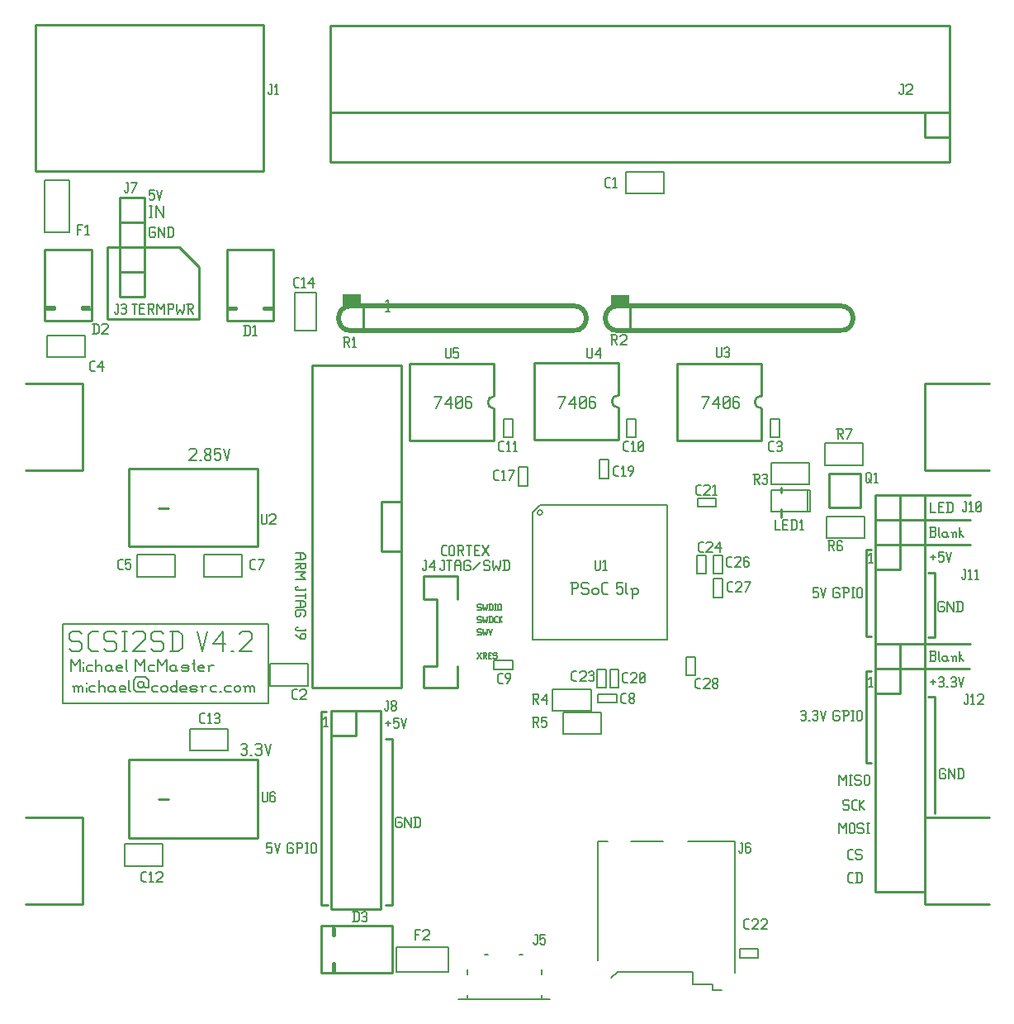
<source format=gto>
G04 start of page 13 for group -4079 idx -4079 *
G04 Title: (unknown), topsilk *
G04 Creator: pcb 20110918 *
G04 CreationDate: Sun 22 Jun 2014 10:36:29 GMT UTC *
G04 For: michael *
G04 Format: Gerber/RS-274X *
G04 PCB-Dimensions: 393000 393700 *
G04 PCB-Coordinate-Origin: lower left *
%MOIN*%
%FSLAX25Y25*%
%LNTOPSILK*%
%ADD182C,0.0200*%
%ADD181C,0.0080*%
%ADD180C,0.0060*%
%ADD179C,0.0100*%
%ADD178C,0.0001*%
G54D178*G36*
X130000Y284600D02*X137500D01*
Y279600D01*
X130000D01*
Y284600D01*
G37*
G36*
X238300Y284200D02*X245800D01*
Y279200D01*
X238300D01*
Y284200D01*
G37*
G54D179*X391000Y248700D02*X365000D01*
Y213700D01*
X391000D01*
X362500Y203700D02*X383500D01*
X363500Y193700D02*X383500D01*
X2000Y248700D02*X25000D01*
Y213700D01*
X35000Y303700D02*Y274700D01*
X72000D01*
Y295700D01*
X64000Y303700D01*
X35000D01*
X391000Y73700D02*X365000D01*
Y38700D01*
X391000D02*X365000D01*
X364500Y183700D02*X383500D01*
X366500Y172200D02*X369000D01*
Y146200D01*
X364500Y143700D02*X383500D01*
X365000Y133700D02*X383000D01*
X366500Y122200D02*X369000D01*
Y75200D01*
Y146200D02*X366500D01*
X341500Y172700D02*Y146700D01*
X343500D01*
X341500Y171200D02*Y181700D01*
X343500D01*
Y132700D02*X341500D01*
Y95700D01*
X343500D01*
X25000Y213700D02*X2000D01*
X307000Y198100D02*Y194700D01*
Y204700D02*Y206800D01*
X2000Y38700D02*X25000D01*
Y73700D01*
X2000D01*
X147500Y105200D02*X150000D01*
Y38200D01*
X147500D01*
X123500Y116200D02*X121500D01*
Y38200D01*
X124000D01*
G54D180*X17000Y151700D02*Y119700D01*
X100000D01*
Y151700D01*
X17000D01*
X170200Y177200D02*X171000D01*
Y173700D01*
X170500Y173200D02*X171000Y173700D01*
X170000Y173200D02*X170500D01*
X169500Y173700D02*X170000Y173200D01*
X169500Y174200D02*Y173700D01*
X172200Y177200D02*X174200D01*
X173200D02*Y173200D01*
X175400Y176200D02*Y173200D01*
Y176200D02*X176100Y177200D01*
X177200D01*
X177900Y176200D01*
Y173200D01*
X175400Y175200D02*X177900D01*
X181100Y177200D02*X181600Y176700D01*
X179600Y177200D02*X181100D01*
X179100Y176700D02*X179600Y177200D01*
X179100Y176700D02*Y173700D01*
X179600Y173200D01*
X181100D01*
X181600Y173700D01*
Y174700D02*Y173700D01*
X181100Y175200D02*X181600Y174700D01*
X180100Y175200D02*X181100D01*
X182800Y173700D02*X185800Y176700D01*
X189000Y177200D02*X189500Y176700D01*
X187500Y177200D02*X189000D01*
X187000Y176700D02*X187500Y177200D01*
X187000Y176700D02*Y175700D01*
X187500Y175200D01*
X189000D01*
X189500Y174700D01*
Y173700D01*
X189000Y173200D02*X189500Y173700D01*
X187500Y173200D02*X189000D01*
X187000Y173700D02*X187500Y173200D01*
X190700Y177200D02*Y175200D01*
X191200Y173200D01*
X192200Y175200D01*
X193200Y173200D01*
X193700Y175200D01*
Y177200D02*Y175200D01*
X195400Y177200D02*Y173200D01*
X196700Y177200D02*X197400Y176500D01*
Y173900D01*
X196700Y173200D02*X197400Y173900D01*
X194900Y173200D02*X196700D01*
X194900Y177200D02*X196700D01*
X111000Y180200D02*X114000D01*
X115000Y179500D01*
Y178400D01*
X114000Y177700D01*
X111000D02*X114000D01*
X113000Y180200D02*Y177700D01*
X115000Y176500D02*Y174500D01*
X114500Y174000D01*
X113500D02*X114500D01*
X113000Y174500D02*X113500Y174000D01*
X113000Y176000D02*Y174500D01*
X111000Y176000D02*X115000D01*
X113000Y175200D02*X111000Y174000D01*
Y172800D02*X115000D01*
X113000Y171300D01*
X115000Y169800D01*
X111000D02*X115000D01*
Y166100D02*Y165300D01*
X111500D02*X115000D01*
X111000Y165800D02*X111500Y165300D01*
X111000Y166300D02*Y165800D01*
X111500Y166800D02*X111000Y166300D01*
X111500Y166800D02*X112000D01*
X115000Y164100D02*Y162100D01*
X111000Y163100D02*X115000D01*
X111000Y160900D02*X114000D01*
X115000Y160200D01*
Y159100D01*
X114000Y158400D01*
X111000D02*X114000D01*
X113000Y160900D02*Y158400D01*
X115000Y155200D02*X114500Y154700D01*
X115000Y156700D02*Y155200D01*
X114500Y157200D02*X115000Y156700D01*
X111500Y157200D02*X114500D01*
X111500D02*X111000Y156700D01*
Y155200D01*
X111500Y154700D01*
X112500D01*
X113000Y155200D02*X112500Y154700D01*
X113000Y156200D02*Y155200D01*
X170700Y179200D02*X172000D01*
X170000Y179900D02*X170700Y179200D01*
X170000Y182500D02*Y179900D01*
Y182500D02*X170700Y183200D01*
X172000D01*
X173200Y182700D02*Y179700D01*
Y182700D02*X173700Y183200D01*
X174700D01*
X175200Y182700D01*
Y179700D01*
X174700Y179200D02*X175200Y179700D01*
X173700Y179200D02*X174700D01*
X173200Y179700D02*X173700Y179200D01*
X176400Y183200D02*X178400D01*
X178900Y182700D01*
Y181700D01*
X178400Y181200D02*X178900Y181700D01*
X176900Y181200D02*X178400D01*
X176900Y183200D02*Y179200D01*
X177700Y181200D02*X178900Y179200D01*
X180100Y183200D02*X182100D01*
X181100D02*Y179200D01*
X183300Y181400D02*X184800D01*
X183300Y179200D02*X185300D01*
X183300Y183200D02*Y179200D01*
Y183200D02*X185300D01*
X186500Y179200D02*X189000Y183200D01*
X186500D02*X189000Y179200D01*
X185700Y159600D02*X186000Y159300D01*
X184800Y159600D02*X185700D01*
X184500Y159300D02*X184800Y159600D01*
X184500Y159300D02*Y158700D01*
X184800Y158400D01*
X185700D01*
X186000Y158100D01*
Y157500D01*
X185700Y157200D02*X186000Y157500D01*
X184800Y157200D02*X185700D01*
X184500Y157500D02*X184800Y157200D01*
X186720Y159600D02*Y158400D01*
X187020Y157200D01*
X187620Y158400D01*
X188220Y157200D01*
X188520Y158400D01*
Y159600D02*Y158400D01*
X189540Y159600D02*Y157200D01*
X190320Y159600D02*X190740Y159180D01*
Y157620D01*
X190320Y157200D02*X190740Y157620D01*
X189240Y157200D02*X190320D01*
X189240Y159600D02*X190320D01*
X191460D02*X192060D01*
X191760D02*Y157200D01*
X191460D02*X192060D01*
X192780Y159300D02*Y157500D01*
Y159300D02*X193080Y159600D01*
X193680D01*
X193980Y159300D01*
Y157500D01*
X193680Y157200D02*X193980Y157500D01*
X193080Y157200D02*X193680D01*
X192780Y157500D02*X193080Y157200D01*
X184500Y137700D02*X186000Y140100D01*
X184500D02*X186000Y137700D01*
X186720Y140100D02*X187920D01*
X188220Y139800D01*
Y139200D01*
X187920Y138900D02*X188220Y139200D01*
X187020Y138900D02*X187920D01*
X187020Y140100D02*Y137700D01*
X187500Y138900D02*X188220Y137700D01*
X188940Y139020D02*X189840D01*
X188940Y137700D02*X190140D01*
X188940Y140100D02*Y137700D01*
Y140100D02*X190140D01*
X192060D02*X192360Y139800D01*
X191160Y140100D02*X192060D01*
X190860Y139800D02*X191160Y140100D01*
X190860Y139800D02*Y139200D01*
X191160Y138900D01*
X192060D01*
X192360Y138600D01*
Y138000D01*
X192060Y137700D02*X192360Y138000D01*
X191160Y137700D02*X192060D01*
X190860Y138000D02*X191160Y137700D01*
X153500Y73700D02*X154000Y73200D01*
X152000Y73700D02*X153500D01*
X151500Y73200D02*X152000Y73700D01*
X151500Y73200D02*Y70200D01*
X152000Y69700D01*
X153500D01*
X154000Y70200D01*
Y71200D02*Y70200D01*
X153500Y71700D02*X154000Y71200D01*
X152500Y71700D02*X153500D01*
X155200Y73700D02*Y69700D01*
Y73700D02*X157700Y69700D01*
Y73700D02*Y69700D01*
X159400Y73700D02*Y69700D01*
X160700Y73700D02*X161400Y73000D01*
Y70400D01*
X160700Y69700D02*X161400Y70400D01*
X158900Y69700D02*X160700D01*
X158900Y73700D02*X160700D01*
X147500Y111700D02*X149500D01*
X148500Y112700D02*Y110700D01*
X150700Y113700D02*X152700D01*
X150700D02*Y111700D01*
X151200Y112200D01*
X152200D01*
X152700Y111700D01*
Y110200D01*
X152200Y109700D02*X152700Y110200D01*
X151200Y109700D02*X152200D01*
X150700Y110200D02*X151200Y109700D01*
X153900Y113700D02*X154900Y109700D01*
X155900Y113700D01*
X99500Y63200D02*X101500D01*
X99500D02*Y61200D01*
X100000Y61700D01*
X101000D01*
X101500Y61200D01*
Y59700D01*
X101000Y59200D02*X101500Y59700D01*
X100000Y59200D02*X101000D01*
X99500Y59700D02*X100000Y59200D01*
X102700Y63200D02*X103700Y59200D01*
X104700Y63200D01*
X109700D02*X110200Y62700D01*
X108200Y63200D02*X109700D01*
X107700Y62700D02*X108200Y63200D01*
X107700Y62700D02*Y59700D01*
X108200Y59200D01*
X109700D01*
X110200Y59700D01*
Y60700D02*Y59700D01*
X109700Y61200D02*X110200Y60700D01*
X108700Y61200D02*X109700D01*
X111900Y63200D02*Y59200D01*
X111400Y63200D02*X113400D01*
X113900Y62700D01*
Y61700D01*
X113400Y61200D02*X113900Y61700D01*
X111900Y61200D02*X113400D01*
X115100Y63200D02*X116100D01*
X115600D02*Y59200D01*
X115100D02*X116100D01*
X117300Y62700D02*Y59700D01*
Y62700D02*X117800Y63200D01*
X118800D01*
X119300Y62700D01*
Y59700D01*
X118800Y59200D02*X119300Y59700D01*
X117800Y59200D02*X118800D01*
X117300Y59700D02*X117800Y59200D01*
X122500Y113400D02*X123300Y114200D01*
Y110200D01*
X122500D02*X124000D01*
X185700Y149600D02*X186000Y149300D01*
X184800Y149600D02*X185700D01*
X184500Y149300D02*X184800Y149600D01*
X184500Y149300D02*Y148700D01*
X184800Y148400D01*
X185700D01*
X186000Y148100D01*
Y147500D01*
X185700Y147200D02*X186000Y147500D01*
X184800Y147200D02*X185700D01*
X184500Y147500D02*X184800Y147200D01*
X186720Y149600D02*Y148400D01*
X187020Y147200D01*
X187620Y148400D01*
X188220Y147200D01*
X188520Y148400D01*
Y149600D02*Y148400D01*
X189240Y149600D02*X189840Y147200D01*
X190440Y149600D01*
X185700Y154600D02*X186000Y154300D01*
X184800Y154600D02*X185700D01*
X184500Y154300D02*X184800Y154600D01*
X184500Y154300D02*Y153700D01*
X184800Y153400D01*
X185700D01*
X186000Y153100D01*
Y152500D01*
X185700Y152200D02*X186000Y152500D01*
X184800Y152200D02*X185700D01*
X184500Y152500D02*X184800Y152200D01*
X186720Y154600D02*Y153400D01*
X187020Y152200D01*
X187620Y153400D01*
X188220Y152200D01*
X188520Y153400D01*
Y154600D02*Y153400D01*
X189540Y154600D02*Y152200D01*
X190320Y154600D02*X190740Y154180D01*
Y152620D01*
X190320Y152200D02*X190740Y152620D01*
X189240Y152200D02*X190320D01*
X189240Y154600D02*X190320D01*
X191880Y152200D02*X192660D01*
X191460Y152620D02*X191880Y152200D01*
X191460Y154180D02*Y152620D01*
Y154180D02*X191880Y154600D01*
X192660D01*
X193380D02*Y152200D01*
Y153400D02*X194580Y154600D01*
X193380Y153400D02*X194580Y152200D01*
G54D181*X23900Y148700D02*X24900Y147700D01*
X20900Y148700D02*X23900D01*
X19900Y147700D02*X20900Y148700D01*
X19900Y147700D02*Y145700D01*
X20900Y144700D01*
X23900D01*
X24900Y143700D01*
Y141700D01*
X23900Y140700D02*X24900Y141700D01*
X20900Y140700D02*X23900D01*
X19900Y141700D02*X20900Y140700D01*
X28700D02*X31300D01*
X27300Y142100D02*X28700Y140700D01*
X27300Y147300D02*Y142100D01*
Y147300D02*X28700Y148700D01*
X31300D01*
X37700D02*X38700Y147700D01*
X34700Y148700D02*X37700D01*
X33700Y147700D02*X34700Y148700D01*
X33700Y147700D02*Y145700D01*
X34700Y144700D01*
X37700D01*
X38700Y143700D01*
Y141700D01*
X37700Y140700D02*X38700Y141700D01*
X34700Y140700D02*X37700D01*
X33700Y141700D02*X34700Y140700D01*
X41100Y148700D02*X43100D01*
X42100D02*Y140700D01*
X41100D02*X43100D01*
X45500Y147700D02*X46500Y148700D01*
X49500D01*
X50500Y147700D01*
Y145700D01*
X45500Y140700D02*X50500Y145700D01*
X45500Y140700D02*X50500D01*
X56900Y148700D02*X57900Y147700D01*
X53900Y148700D02*X56900D01*
X52900Y147700D02*X53900Y148700D01*
X52900Y147700D02*Y145700D01*
X53900Y144700D01*
X56900D01*
X57900Y143700D01*
Y141700D01*
X56900Y140700D02*X57900Y141700D01*
X53900Y140700D02*X56900D01*
X52900Y141700D02*X53900Y140700D01*
X61300Y148700D02*Y140700D01*
X63900Y148700D02*X65300Y147300D01*
Y142100D01*
X63900Y140700D02*X65300Y142100D01*
X60300Y140700D02*X63900D01*
X60300Y148700D02*X63900D01*
X71300D02*X73300Y140700D01*
X75300Y148700D01*
X77700Y143700D02*X81700Y148700D01*
X77700Y143700D02*X82700D01*
X81700Y148700D02*Y140700D01*
X85100D02*X86100D01*
X88500Y147700D02*X89500Y148700D01*
X92500D01*
X93500Y147700D01*
Y145700D01*
X88500Y140700D02*X93500Y145700D01*
X88500Y140700D02*X93500D01*
G54D180*X20400Y137500D02*Y132700D01*
Y137500D02*X22200Y135100D01*
X24000Y137500D01*
Y132700D01*
X25440Y136300D02*Y136180D01*
Y134500D02*Y132700D01*
X27240Y135100D02*X29040D01*
X26640Y134500D02*X27240Y135100D01*
X26640Y134500D02*Y133300D01*
X27240Y132700D01*
X29040D01*
X30480Y137500D02*Y132700D01*
Y134500D02*X31080Y135100D01*
X32280D01*
X32880Y134500D01*
Y132700D01*
X36120Y135100D02*X36720Y134500D01*
X34920Y135100D02*X36120D01*
X34320Y134500D02*X34920Y135100D01*
X34320Y134500D02*Y133300D01*
X34920Y132700D01*
X36720Y135100D02*Y133300D01*
X37320Y132700D01*
X34920D02*X36120D01*
X36720Y133300D01*
X39360Y132700D02*X41160D01*
X38760Y133300D02*X39360Y132700D01*
X38760Y134500D02*Y133300D01*
Y134500D02*X39360Y135100D01*
X40560D01*
X41160Y134500D01*
X38760Y133900D02*X41160D01*
Y134500D02*Y133900D01*
X42600Y137500D02*Y133300D01*
X43200Y132700D01*
X46560Y137500D02*Y132700D01*
Y137500D02*X48360Y135100D01*
X50160Y137500D01*
Y132700D01*
X52200Y135100D02*X54000D01*
X51600Y134500D02*X52200Y135100D01*
X51600Y134500D02*Y133300D01*
X52200Y132700D01*
X54000D01*
X55440Y137500D02*Y132700D01*
Y137500D02*X57240Y135100D01*
X59040Y137500D01*
Y132700D01*
X62280Y135100D02*X62880Y134500D01*
X61080Y135100D02*X62280D01*
X60480Y134500D02*X61080Y135100D01*
X60480Y134500D02*Y133300D01*
X61080Y132700D01*
X62880Y135100D02*Y133300D01*
X63480Y132700D01*
X61080D02*X62280D01*
X62880Y133300D01*
X65520Y132700D02*X67320D01*
X67920Y133300D01*
X67320Y133900D02*X67920Y133300D01*
X65520Y133900D02*X67320D01*
X64920Y134500D02*X65520Y133900D01*
X64920Y134500D02*X65520Y135100D01*
X67320D01*
X67920Y134500D01*
X64920Y133300D02*X65520Y132700D01*
X69960Y137500D02*Y133300D01*
X70560Y132700D01*
X69360Y135700D02*X70560D01*
X72360Y132700D02*X74160D01*
X71760Y133300D02*X72360Y132700D01*
X71760Y134500D02*Y133300D01*
Y134500D02*X72360Y135100D01*
X73560D01*
X74160Y134500D01*
X71760Y133900D02*X74160D01*
Y134500D02*Y133900D01*
X76200Y134500D02*Y132700D01*
Y134500D02*X76800Y135100D01*
X78000D01*
X75600D02*X76200Y134500D01*
X21600Y126100D02*Y124300D01*
Y126100D02*X22200Y126700D01*
X22800D01*
X23400Y126100D01*
Y124300D01*
Y126100D02*X24000Y126700D01*
X24600D01*
X25200Y126100D01*
Y124300D01*
X21000Y126700D02*X21600Y126100D01*
X26640Y127900D02*Y127780D01*
Y126100D02*Y124300D01*
X28440Y126700D02*X30240D01*
X27840Y126100D02*X28440Y126700D01*
X27840Y126100D02*Y124900D01*
X28440Y124300D01*
X30240D01*
X31680Y129100D02*Y124300D01*
Y126100D02*X32280Y126700D01*
X33480D01*
X34080Y126100D01*
Y124300D01*
X37320Y126700D02*X37920Y126100D01*
X36120Y126700D02*X37320D01*
X35520Y126100D02*X36120Y126700D01*
X35520Y126100D02*Y124900D01*
X36120Y124300D01*
X37920Y126700D02*Y124900D01*
X38520Y124300D01*
X36120D02*X37320D01*
X37920Y124900D01*
X40560Y124300D02*X42360D01*
X39960Y124900D02*X40560Y124300D01*
X39960Y126100D02*Y124900D01*
Y126100D02*X40560Y126700D01*
X41760D01*
X42360Y126100D01*
X39960Y125500D02*X42360D01*
Y126100D02*Y125500D01*
X43800Y129100D02*Y124900D01*
X44400Y124300D01*
X45600Y129100D02*Y125500D01*
X46800Y124300D01*
X50400D01*
X51600Y129100D02*Y126100D01*
Y129100D02*X50400Y130300D01*
X46800D02*X50400D01*
X46800D02*X45600Y129100D01*
X47400Y127900D02*Y126700D01*
X48000Y126100D01*
X49200D01*
X49800Y126700D01*
X50400Y126100D01*
X49800Y128500D02*Y126700D01*
Y127900D02*X49200Y128500D01*
X48000D02*X49200D01*
X48000D02*X47400Y127900D01*
X50400Y126100D02*X51600D01*
X53640Y126700D02*X55440D01*
X53040Y126100D02*X53640Y126700D01*
X53040Y126100D02*Y124900D01*
X53640Y124300D01*
X55440D01*
X56880Y126100D02*Y124900D01*
Y126100D02*X57480Y126700D01*
X58680D01*
X59280Y126100D01*
Y124900D01*
X58680Y124300D02*X59280Y124900D01*
X57480Y124300D02*X58680D01*
X56880Y124900D02*X57480Y124300D01*
X63120Y129100D02*Y124300D01*
X62520D02*X63120Y124900D01*
X61320Y124300D02*X62520D01*
X60720Y124900D02*X61320Y124300D01*
X60720Y126100D02*Y124900D01*
Y126100D02*X61320Y126700D01*
X62520D01*
X63120Y126100D01*
X65160Y124300D02*X66960D01*
X64560Y124900D02*X65160Y124300D01*
X64560Y126100D02*Y124900D01*
Y126100D02*X65160Y126700D01*
X66360D01*
X66960Y126100D01*
X64560Y125500D02*X66960D01*
Y126100D02*Y125500D01*
X69000Y124300D02*X70800D01*
X71400Y124900D01*
X70800Y125500D02*X71400Y124900D01*
X69000Y125500D02*X70800D01*
X68400Y126100D02*X69000Y125500D01*
X68400Y126100D02*X69000Y126700D01*
X70800D01*
X71400Y126100D01*
X68400Y124900D02*X69000Y124300D01*
X73440Y126100D02*Y124300D01*
Y126100D02*X74040Y126700D01*
X75240D01*
X72840D02*X73440Y126100D01*
X77280Y126700D02*X79080D01*
X76680Y126100D02*X77280Y126700D01*
X76680Y126100D02*Y124900D01*
X77280Y124300D01*
X79080D01*
X80520D02*X81120D01*
X83160Y126700D02*X84960D01*
X82560Y126100D02*X83160Y126700D01*
X82560Y126100D02*Y124900D01*
X83160Y124300D01*
X84960D01*
X86400Y126100D02*Y124900D01*
Y126100D02*X87000Y126700D01*
X88200D01*
X88800Y126100D01*
Y124900D01*
X88200Y124300D02*X88800Y124900D01*
X87000Y124300D02*X88200D01*
X86400Y124900D02*X87000Y124300D01*
X90840Y126100D02*Y124300D01*
Y126100D02*X91440Y126700D01*
X92040D01*
X92640Y126100D01*
Y124300D01*
Y126100D02*X93240Y126700D01*
X93840D01*
X94440Y126100D01*
Y124300D01*
X90240Y126700D02*X90840Y126100D01*
X222600Y168500D02*Y163700D01*
X222000Y168500D02*X224400D01*
X225000Y167900D01*
Y166700D01*
X224400Y166100D02*X225000Y166700D01*
X222600Y166100D02*X224400D01*
X228840Y168500D02*X229440Y167900D01*
X227040Y168500D02*X228840D01*
X226440Y167900D02*X227040Y168500D01*
X226440Y167900D02*Y166700D01*
X227040Y166100D01*
X228840D01*
X229440Y165500D01*
Y164300D01*
X228840Y163700D02*X229440Y164300D01*
X227040Y163700D02*X228840D01*
X226440Y164300D02*X227040Y163700D01*
X230880Y165500D02*Y164300D01*
Y165500D02*X231480Y166100D01*
X232680D01*
X233280Y165500D01*
Y164300D01*
X232680Y163700D02*X233280Y164300D01*
X231480Y163700D02*X232680D01*
X230880Y164300D02*X231480Y163700D01*
X235560D02*X237120D01*
X234720Y164540D02*X235560Y163700D01*
X234720Y167660D02*Y164540D01*
Y167660D02*X235560Y168500D01*
X237120D01*
X240720D02*X243120D01*
X240720D02*Y166100D01*
X241320Y166700D01*
X242520D01*
X243120Y166100D01*
Y164300D01*
X242520Y163700D02*X243120Y164300D01*
X241320Y163700D02*X242520D01*
X240720Y164300D02*X241320Y163700D01*
X244560Y168500D02*Y164300D01*
X245160Y163700D01*
X246960Y165500D02*Y161900D01*
X246360Y166100D02*X246960Y165500D01*
X247560Y166100D01*
X248760D01*
X249360Y165500D01*
Y164300D01*
X248760Y163700D02*X249360Y164300D01*
X247560Y163700D02*X248760D01*
X246960Y164300D02*X247560Y163700D01*
X89000Y102900D02*X89600Y103500D01*
X90800D01*
X91400Y102900D01*
X90800Y98700D02*X91400Y99300D01*
X89600Y98700D02*X90800D01*
X89000Y99300D02*X89600Y98700D01*
Y101340D02*X90800D01*
X91400Y102900D02*Y101940D01*
Y100740D02*Y99300D01*
Y100740D02*X90800Y101340D01*
X91400Y101940D02*X90800Y101340D01*
X92840Y98700D02*X93440D01*
X94880Y102900D02*X95480Y103500D01*
X96680D01*
X97280Y102900D01*
X96680Y98700D02*X97280Y99300D01*
X95480Y98700D02*X96680D01*
X94880Y99300D02*X95480Y98700D01*
Y101340D02*X96680D01*
X97280Y102900D02*Y101940D01*
Y100740D02*Y99300D01*
Y100740D02*X96680Y101340D01*
X97280Y101940D02*X96680Y101340D01*
X98720Y103500D02*X99920Y98700D01*
X101120Y103500D01*
X367500Y200700D02*Y196700D01*
X369500D01*
X370700Y198900D02*X372200D01*
X370700Y196700D02*X372700D01*
X370700Y200700D02*Y196700D01*
Y200700D02*X372700D01*
X374400D02*Y196700D01*
X375700Y200700D02*X376400Y200000D01*
Y197400D01*
X375700Y196700D02*X376400Y197400D01*
X373900Y196700D02*X375700D01*
X373900Y200700D02*X375700D01*
X367000Y186700D02*X369000D01*
X369500Y187200D01*
Y188400D02*Y187200D01*
X369000Y188900D02*X369500Y188400D01*
X367500Y188900D02*X369000D01*
X367500Y190700D02*Y186700D01*
X367000Y190700D02*X369000D01*
X369500Y190200D01*
Y189400D01*
X369000Y188900D02*X369500Y189400D01*
X370700Y190700D02*Y187200D01*
X371200Y186700D01*
X373700Y188700D02*X374200Y188200D01*
X372700Y188700D02*X373700D01*
X372200Y188200D02*X372700Y188700D01*
X372200Y188200D02*Y187200D01*
X372700Y186700D01*
X374200Y188700D02*Y187200D01*
X374700Y186700D01*
X372700D02*X373700D01*
X374200Y187200D01*
X376400Y188200D02*Y186700D01*
Y188200D02*X376900Y188700D01*
X377400D01*
X377900Y188200D01*
Y186700D01*
X375900Y188700D02*X376400Y188200D01*
X379100Y190700D02*Y186700D01*
Y188200D02*X380600Y186700D01*
X379100Y188200D02*X380100Y189200D01*
X367500Y178700D02*X369500D01*
X368500Y179700D02*Y177700D01*
X370700Y180700D02*X372700D01*
X370700D02*Y178700D01*
X371200Y179200D01*
X372200D01*
X372700Y178700D01*
Y177200D01*
X372200Y176700D02*X372700Y177200D01*
X371200Y176700D02*X372200D01*
X370700Y177200D02*X371200Y176700D01*
X373900Y180700D02*X374900Y176700D01*
X375900Y180700D01*
X342500Y179400D02*X343300Y180200D01*
Y176200D01*
X342500D02*X344000D01*
X373000Y93200D02*X373500Y92700D01*
X371500Y93200D02*X373000D01*
X371000Y92700D02*X371500Y93200D01*
X371000Y92700D02*Y89700D01*
X371500Y89200D01*
X373000D01*
X373500Y89700D01*
Y90700D02*Y89700D01*
X373000Y91200D02*X373500Y90700D01*
X372000Y91200D02*X373000D01*
X374700Y93200D02*Y89200D01*
Y93200D02*X377200Y89200D01*
Y93200D02*Y89200D01*
X378900Y93200D02*Y89200D01*
X380200Y93200D02*X380900Y92500D01*
Y89900D01*
X380200Y89200D02*X380900Y89900D01*
X378400Y89200D02*X380200D01*
X378400Y93200D02*X380200D01*
X330500Y90700D02*Y86700D01*
Y90700D02*X332000Y88700D01*
X333500Y90700D01*
Y86700D01*
X334700Y90700D02*X335700D01*
X335200D02*Y86700D01*
X334700D02*X335700D01*
X338900Y90700D02*X339400Y90200D01*
X337400Y90700D02*X338900D01*
X336900Y90200D02*X337400Y90700D01*
X336900Y90200D02*Y89200D01*
X337400Y88700D01*
X338900D01*
X339400Y88200D01*
Y87200D01*
X338900Y86700D02*X339400Y87200D01*
X337400Y86700D02*X338900D01*
X336900Y87200D02*X337400Y86700D01*
X340600Y90200D02*Y87200D01*
Y90200D02*X341100Y90700D01*
X342100D01*
X342600Y90200D01*
Y87200D01*
X342100Y86700D02*X342600Y87200D01*
X341100Y86700D02*X342100D01*
X340600Y87200D02*X341100Y86700D01*
X334000Y80700D02*X334500Y80200D01*
X332500Y80700D02*X334000D01*
X332000Y80200D02*X332500Y80700D01*
X332000Y80200D02*Y79200D01*
X332500Y78700D01*
X334000D01*
X334500Y78200D01*
Y77200D01*
X334000Y76700D02*X334500Y77200D01*
X332500Y76700D02*X334000D01*
X332000Y77200D02*X332500Y76700D01*
X336400D02*X337700D01*
X335700Y77400D02*X336400Y76700D01*
X335700Y80000D02*Y77400D01*
Y80000D02*X336400Y80700D01*
X337700D01*
X338900D02*Y76700D01*
Y78700D02*X340900Y80700D01*
X338900Y78700D02*X340900Y76700D01*
X330500Y71200D02*Y67200D01*
Y71200D02*X332000Y69200D01*
X333500Y71200D01*
Y67200D01*
X334700Y70700D02*Y67700D01*
Y70700D02*X335200Y71200D01*
X336200D01*
X336700Y70700D01*
Y67700D01*
X336200Y67200D02*X336700Y67700D01*
X335200Y67200D02*X336200D01*
X334700Y67700D02*X335200Y67200D01*
X339900Y71200D02*X340400Y70700D01*
X338400Y71200D02*X339900D01*
X337900Y70700D02*X338400Y71200D01*
X337900Y70700D02*Y69700D01*
X338400Y69200D01*
X339900D01*
X340400Y68700D01*
Y67700D01*
X339900Y67200D02*X340400Y67700D01*
X338400Y67200D02*X339900D01*
X337900Y67700D02*X338400Y67200D01*
X341600Y71200D02*X342600D01*
X342100D02*Y67200D01*
X341600D02*X342600D01*
X334700Y56700D02*X336000D01*
X334000Y57400D02*X334700Y56700D01*
X334000Y60000D02*Y57400D01*
Y60000D02*X334700Y60700D01*
X336000D01*
X339200D02*X339700Y60200D01*
X337700Y60700D02*X339200D01*
X337200Y60200D02*X337700Y60700D01*
X337200Y60200D02*Y59200D01*
X337700Y58700D01*
X339200D01*
X339700Y58200D01*
Y57200D01*
X339200Y56700D02*X339700Y57200D01*
X337700Y56700D02*X339200D01*
X337200Y57200D02*X337700Y56700D01*
X334700Y47200D02*X336000D01*
X334000Y47900D02*X334700Y47200D01*
X334000Y50500D02*Y47900D01*
Y50500D02*X334700Y51200D01*
X336000D01*
X337700D02*Y47200D01*
X339000Y51200D02*X339700Y50500D01*
Y47900D01*
X339000Y47200D02*X339700Y47900D01*
X337200Y47200D02*X339000D01*
X337200Y51200D02*X339000D01*
X367500Y128200D02*X369500D01*
X368500Y129200D02*Y127200D01*
X370700Y129700D02*X371200Y130200D01*
X372200D01*
X372700Y129700D01*
X372200Y126200D02*X372700Y126700D01*
X371200Y126200D02*X372200D01*
X370700Y126700D02*X371200Y126200D01*
Y128400D02*X372200D01*
X372700Y129700D02*Y128900D01*
Y127900D02*Y126700D01*
Y127900D02*X372200Y128400D01*
X372700Y128900D02*X372200Y128400D01*
X373900Y126200D02*X374400D01*
X375600Y129700D02*X376100Y130200D01*
X377100D01*
X377600Y129700D01*
X377100Y126200D02*X377600Y126700D01*
X376100Y126200D02*X377100D01*
X375600Y126700D02*X376100Y126200D01*
Y128400D02*X377100D01*
X377600Y129700D02*Y128900D01*
Y127900D02*Y126700D01*
Y127900D02*X377100Y128400D01*
X377600Y128900D02*X377100Y128400D01*
X378800Y130200D02*X379800Y126200D01*
X380800Y130200D01*
X367000Y136700D02*X369000D01*
X369500Y137200D01*
Y138400D02*Y137200D01*
X369000Y138900D02*X369500Y138400D01*
X367500Y138900D02*X369000D01*
X367500Y140700D02*Y136700D01*
X367000Y140700D02*X369000D01*
X369500Y140200D01*
Y139400D01*
X369000Y138900D02*X369500Y139400D01*
X370700Y140700D02*Y137200D01*
X371200Y136700D01*
X373700Y138700D02*X374200Y138200D01*
X372700Y138700D02*X373700D01*
X372200Y138200D02*X372700Y138700D01*
X372200Y138200D02*Y137200D01*
X372700Y136700D01*
X374200Y138700D02*Y137200D01*
X374700Y136700D01*
X372700D02*X373700D01*
X374200Y137200D01*
X376400Y138200D02*Y136700D01*
Y138200D02*X376900Y138700D01*
X377400D01*
X377900Y138200D01*
Y136700D01*
X375900Y138700D02*X376400Y138200D01*
X379100Y140700D02*Y136700D01*
Y138200D02*X380600Y136700D01*
X379100Y138200D02*X380100Y139200D01*
X372500Y160700D02*X373000Y160200D01*
X371000Y160700D02*X372500D01*
X370500Y160200D02*X371000Y160700D01*
X370500Y160200D02*Y157200D01*
X371000Y156700D01*
X372500D01*
X373000Y157200D01*
Y158200D02*Y157200D01*
X372500Y158700D02*X373000Y158200D01*
X371500Y158700D02*X372500D01*
X374200Y160700D02*Y156700D01*
Y160700D02*X376700Y156700D01*
Y160700D02*Y156700D01*
X378400Y160700D02*Y156700D01*
X379700Y160700D02*X380400Y160000D01*
Y157400D01*
X379700Y156700D02*X380400Y157400D01*
X377900Y156700D02*X379700D01*
X377900Y160700D02*X379700D01*
X342500Y129400D02*X343300Y130200D01*
Y126200D01*
X342500D02*X344000D01*
X320000Y166200D02*X322000D01*
X320000D02*Y164200D01*
X320500Y164700D01*
X321500D01*
X322000Y164200D01*
Y162700D01*
X321500Y162200D02*X322000Y162700D01*
X320500Y162200D02*X321500D01*
X320000Y162700D02*X320500Y162200D01*
X323200Y166200D02*X324200Y162200D01*
X325200Y166200D01*
X330200D02*X330700Y165700D01*
X328700Y166200D02*X330200D01*
X328200Y165700D02*X328700Y166200D01*
X328200Y165700D02*Y162700D01*
X328700Y162200D01*
X330200D01*
X330700Y162700D01*
Y163700D02*Y162700D01*
X330200Y164200D02*X330700Y163700D01*
X329200Y164200D02*X330200D01*
X332400Y166200D02*Y162200D01*
X331900Y166200D02*X333900D01*
X334400Y165700D01*
Y164700D01*
X333900Y164200D02*X334400Y164700D01*
X332400Y164200D02*X333900D01*
X335600Y166200D02*X336600D01*
X336100D02*Y162200D01*
X335600D02*X336600D01*
X337800Y165700D02*Y162700D01*
Y165700D02*X338300Y166200D01*
X339300D01*
X339800Y165700D01*
Y162700D01*
X339300Y162200D02*X339800Y162700D01*
X338300Y162200D02*X339300D01*
X337800Y162700D02*X338300Y162200D01*
X315000Y116200D02*X315500Y116700D01*
X316500D01*
X317000Y116200D01*
X316500Y112700D02*X317000Y113200D01*
X315500Y112700D02*X316500D01*
X315000Y113200D02*X315500Y112700D01*
Y114900D02*X316500D01*
X317000Y116200D02*Y115400D01*
Y114400D02*Y113200D01*
Y114400D02*X316500Y114900D01*
X317000Y115400D02*X316500Y114900D01*
X318200Y112700D02*X318700D01*
X319900Y116200D02*X320400Y116700D01*
X321400D01*
X321900Y116200D01*
X321400Y112700D02*X321900Y113200D01*
X320400Y112700D02*X321400D01*
X319900Y113200D02*X320400Y112700D01*
Y114900D02*X321400D01*
X321900Y116200D02*Y115400D01*
Y114400D02*Y113200D01*
Y114400D02*X321400Y114900D01*
X321900Y115400D02*X321400Y114900D01*
X323100Y116700D02*X324100Y112700D01*
X325100Y116700D01*
X330100D02*X330600Y116200D01*
X328600Y116700D02*X330100D01*
X328100Y116200D02*X328600Y116700D01*
X328100Y116200D02*Y113200D01*
X328600Y112700D01*
X330100D01*
X330600Y113200D01*
Y114200D02*Y113200D01*
X330100Y114700D02*X330600Y114200D01*
X329100Y114700D02*X330100D01*
X332300Y116700D02*Y112700D01*
X331800Y116700D02*X333800D01*
X334300Y116200D01*
Y115200D01*
X333800Y114700D02*X334300Y115200D01*
X332300Y114700D02*X333800D01*
X335500Y116700D02*X336500D01*
X336000D02*Y112700D01*
X335500D02*X336500D01*
X337700Y116200D02*Y113200D01*
Y116200D02*X338200Y116700D01*
X339200D01*
X339700Y116200D01*
Y113200D01*
X339200Y112700D02*X339700Y113200D01*
X338200Y112700D02*X339200D01*
X337700Y113200D02*X338200Y112700D01*
X52000Y326700D02*X54000D01*
X52000D02*Y324700D01*
X52500Y325200D01*
X53500D01*
X54000Y324700D01*
Y323200D01*
X53500Y322700D02*X54000Y323200D01*
X52500Y322700D02*X53500D01*
X52000Y323200D02*X52500Y322700D01*
X55200Y326700D02*X56200Y322700D01*
X57200Y326700D01*
X52000Y320500D02*X53200D01*
X52600D02*Y315700D01*
X52000D02*X53200D01*
X54640Y320500D02*Y315700D01*
Y320500D02*X57640Y315700D01*
Y320500D02*Y315700D01*
X54000Y311700D02*X54500Y311200D01*
X52500Y311700D02*X54000D01*
X52000Y311200D02*X52500Y311700D01*
X52000Y311200D02*Y308200D01*
X52500Y307700D01*
X54000D01*
X54500Y308200D01*
Y309200D02*Y308200D01*
X54000Y309700D02*X54500Y309200D01*
X53000Y309700D02*X54000D01*
X55700Y311700D02*Y307700D01*
Y311700D02*X58200Y307700D01*
Y311700D02*Y307700D01*
X59900Y311700D02*Y307700D01*
X61200Y311700D02*X61900Y311000D01*
Y308400D01*
X61200Y307700D02*X61900Y308400D01*
X59400Y307700D02*X61200D01*
X59400Y311700D02*X61200D01*
X45000Y280700D02*X47000D01*
X46000D02*Y276700D01*
X48200Y278900D02*X49700D01*
X48200Y276700D02*X50200D01*
X48200Y280700D02*Y276700D01*
Y280700D02*X50200D01*
X51400D02*X53400D01*
X53900Y280200D01*
Y279200D01*
X53400Y278700D02*X53900Y279200D01*
X51900Y278700D02*X53400D01*
X51900Y280700D02*Y276700D01*
X52700Y278700D02*X53900Y276700D01*
X55100Y280700D02*Y276700D01*
Y280700D02*X56600Y278700D01*
X58100Y280700D01*
Y276700D01*
X59800Y280700D02*Y276700D01*
X59300Y280700D02*X61300D01*
X61800Y280200D01*
Y279200D01*
X61300Y278700D02*X61800Y279200D01*
X59800Y278700D02*X61300D01*
X63000Y280700D02*Y278700D01*
X63500Y276700D01*
X64500Y278700D01*
X65500Y276700D01*
X66000Y278700D01*
Y280700D02*Y278700D01*
X67200Y280700D02*X69200D01*
X69700Y280200D01*
Y279200D01*
X69200Y278700D02*X69700Y279200D01*
X67700Y278700D02*X69200D01*
X67700Y280700D02*Y276700D01*
X68500Y278700D02*X69700Y276700D01*
X147300Y281540D02*X148260Y282500D01*
Y277700D01*
X147300D02*X149100D01*
X167600Y238700D02*X170000Y243500D01*
X167000D02*X170000D01*
X171440Y240500D02*X173840Y243500D01*
X171440Y240500D02*X174440D01*
X173840Y243500D02*Y238700D01*
X175880Y239300D02*X176480Y238700D01*
X175880Y242900D02*Y239300D01*
Y242900D02*X176480Y243500D01*
X177680D01*
X178280Y242900D01*
Y239300D01*
X177680Y238700D02*X178280Y239300D01*
X176480Y238700D02*X177680D01*
X175880Y239900D02*X178280Y242300D01*
X181520Y243500D02*X182120Y242900D01*
X180320Y243500D02*X181520D01*
X179720Y242900D02*X180320Y243500D01*
X179720Y242900D02*Y239300D01*
X180320Y238700D01*
X181520Y241340D02*X182120Y240740D01*
X179720Y241340D02*X181520D01*
X180320Y238700D02*X181520D01*
X182120Y239300D01*
Y240740D02*Y239300D01*
X217600Y238700D02*X220000Y243500D01*
X217000D02*X220000D01*
X221440Y240500D02*X223840Y243500D01*
X221440Y240500D02*X224440D01*
X223840Y243500D02*Y238700D01*
X225880Y239300D02*X226480Y238700D01*
X225880Y242900D02*Y239300D01*
Y242900D02*X226480Y243500D01*
X227680D01*
X228280Y242900D01*
Y239300D01*
X227680Y238700D02*X228280Y239300D01*
X226480Y238700D02*X227680D01*
X225880Y239900D02*X228280Y242300D01*
X231520Y243500D02*X232120Y242900D01*
X230320Y243500D02*X231520D01*
X229720Y242900D02*X230320Y243500D01*
X229720Y242900D02*Y239300D01*
X230320Y238700D01*
X231520Y241340D02*X232120Y240740D01*
X229720Y241340D02*X231520D01*
X230320Y238700D02*X231520D01*
X232120Y239300D01*
Y240740D02*Y239300D01*
X275600Y238700D02*X278000Y243500D01*
X275000D02*X278000D01*
X279440Y240500D02*X281840Y243500D01*
X279440Y240500D02*X282440D01*
X281840Y243500D02*Y238700D01*
X283880Y239300D02*X284480Y238700D01*
X283880Y242900D02*Y239300D01*
Y242900D02*X284480Y243500D01*
X285680D01*
X286280Y242900D01*
Y239300D01*
X285680Y238700D02*X286280Y239300D01*
X284480Y238700D02*X285680D01*
X283880Y239900D02*X286280Y242300D01*
X289520Y243500D02*X290120Y242900D01*
X288320Y243500D02*X289520D01*
X287720Y242900D02*X288320Y243500D01*
X287720Y242900D02*Y239300D01*
X288320Y238700D01*
X289520Y241340D02*X290120Y240740D01*
X287720Y241340D02*X289520D01*
X288320Y238700D02*X289520D01*
X290120Y239300D01*
Y240740D02*Y239300D01*
X68000Y221900D02*X68600Y222500D01*
X70400D01*
X71000Y221900D01*
Y220700D01*
X68000Y217700D02*X71000Y220700D01*
X68000Y217700D02*X71000D01*
X72440D02*X73040D01*
X74480Y218300D02*X75080Y217700D01*
X74480Y219260D02*Y218300D01*
Y219260D02*X75320Y220100D01*
X76040D01*
X76880Y219260D01*
Y218300D01*
X76280Y217700D02*X76880Y218300D01*
X75080Y217700D02*X76280D01*
X74480Y220940D02*X75320Y220100D01*
X74480Y221900D02*Y220940D01*
Y221900D02*X75080Y222500D01*
X76280D01*
X76880Y221900D01*
Y220940D01*
X76040Y220100D02*X76880Y220940D01*
X78320Y222500D02*X80720D01*
X78320D02*Y220100D01*
X78920Y220700D01*
X80120D01*
X80720Y220100D01*
Y218300D01*
X80120Y217700D02*X80720Y218300D01*
X78920Y217700D02*X80120D01*
X78320Y218300D02*X78920Y217700D01*
X82160Y222500D02*X83360Y217700D01*
X84560Y222500D01*
G54D179*X6000Y334200D02*X98000D01*
X6000D02*Y393200D01*
X98000D01*
Y334200D01*
X40000Y303700D02*X50000D01*
Y323700D02*Y303700D01*
X40000Y323700D02*X50000D01*
X40000D02*Y303700D01*
X50000Y313700D02*Y303700D01*
X40000Y313700D02*X50000D01*
G54D181*X10800Y268100D02*Y259300D01*
X26200D01*
Y268100D02*Y259300D01*
X10800Y268100D02*X26200D01*
G54D179*X40000Y283700D02*X50000D01*
Y303700D02*Y283700D01*
X40000Y303700D02*X50000D01*
X40000D02*Y283700D01*
X50000Y293700D02*Y283700D01*
X40000Y293700D02*X50000D01*
X9748Y274062D02*X28646D01*
Y302802D02*Y274062D01*
X9748Y302802D02*X28646D01*
X9748D02*Y274062D01*
Y278786D02*X13685D01*
Y279574D02*Y278786D01*
X10536Y279574D02*X13685D01*
X24709Y278786D02*X28646D01*
X24709Y279574D02*Y278786D01*
Y279574D02*X27859D01*
G54D181*X9600Y330800D02*X19600D01*
X9600D02*Y309800D01*
X19600D01*
Y330800D02*Y309800D01*
G54D179*X83248Y273992D02*X102146D01*
Y302732D02*Y273992D01*
X83248Y302732D02*X102146D01*
X83248D02*Y273992D01*
Y278716D02*X87185D01*
Y279504D02*Y278716D01*
X84036Y279504D02*X87185D01*
X98209Y278716D02*X102146D01*
X98209Y279504D02*Y278716D01*
Y279504D02*X101359D01*
X43750Y182950D02*X95750D01*
X43750Y214450D02*Y182950D01*
Y214450D02*X95750D01*
Y182950D01*
X55750Y198450D02*X59750D01*
G54D181*X74123Y179612D02*Y170812D01*
X89523D01*
Y179612D02*Y170812D01*
X74123Y179612D02*X89523D01*
X62523D02*Y170812D01*
X47123Y179612D02*X62523D01*
X47123D02*Y170812D01*
X62523D01*
G54D179*X125500Y116700D02*Y36700D01*
X145500D01*
Y116700D02*Y36700D01*
X125500Y116700D02*X145500D01*
X125500Y106700D02*X135500D01*
Y116700D02*Y106700D01*
G54D181*X218941Y116078D02*Y107278D01*
X234341D01*
Y116078D01*
X218941D01*
X214900Y125500D02*Y116700D01*
X230300D01*
Y125500D01*
X214900D01*
G54D180*X233228Y119929D02*Y123472D01*
X240708Y119929D02*X233228D01*
X240708Y123472D02*Y119929D01*
X233228Y123472D02*X240708D01*
X290354Y20572D02*Y17029D01*
X297834D01*
Y20572D02*Y17029D01*
X290354Y20572D02*X297834D01*
G54D179*X345000Y133700D02*Y43700D01*
X365000D01*
Y133700D01*
X345000D01*
Y123700D02*X355000D01*
Y133700D01*
G54D180*X176721Y491D02*X213729D01*
X180264Y1869D02*Y491D01*
Y12499D02*Y10334D01*
X210382Y1869D02*Y491D01*
Y12499D02*Y10334D01*
X187547Y18208D02*X188729D01*
X201524D02*X202902D01*
G54D181*X172900Y21400D02*Y11400D01*
X151900Y21400D02*X172900D01*
X151900D02*Y11400D01*
X172900D01*
G54D179*X121362Y29952D02*Y11054D01*
X150102D01*
Y29952D02*Y11054D01*
X121362Y29952D02*X150102D01*
X126086D02*Y26015D01*
X126874D01*
Y29164D02*Y26015D01*
X126086Y14991D02*Y11054D01*
Y14991D02*X126874D01*
Y11841D01*
G54D180*X271500Y6400D02*X279500D01*
X271500Y11400D02*Y6400D01*
X241000Y11400D02*X271500D01*
X241000D02*X238500Y8900D01*
X279500Y6400D02*Y3900D01*
X283000D01*
X288500Y63900D02*Y10900D01*
X269500Y63900D02*X288500D01*
X246500D02*X259500D01*
X233000D02*X237000D01*
X233000D02*Y15900D01*
G54D181*X68506Y109380D02*Y100580D01*
X83906D01*
Y109380D02*Y100580D01*
X68506Y109380D02*X83906D01*
G54D179*X43750Y65450D02*X95750D01*
X43750Y96950D02*Y65450D01*
Y96950D02*X95750D01*
Y65450D01*
X55750Y80950D02*X59750D01*
G54D181*X42006Y62880D02*Y54080D01*
X57406D01*
Y62880D01*
X42006D01*
G54D179*X125200Y358000D02*X375200D01*
X125200D02*Y338000D01*
X375200D01*
Y358000D02*Y338000D01*
X365200Y358000D02*Y348000D01*
X375200D01*
Y393000D02*Y358000D01*
X125200Y393000D02*X375200D01*
X125200D02*Y358000D01*
X326309Y212509D02*Y198609D01*
X339109D01*
Y212509D01*
X326309D01*
G54D181*X318600Y205800D02*Y197000D01*
X303200Y205800D02*X318600D01*
X303200D02*Y197000D01*
X318600D01*
X317600Y205800D02*Y197000D01*
X318559Y216822D02*Y208022D01*
X303159Y216822D02*X318559D01*
X303159D02*Y208022D01*
X318559D01*
G54D179*X345000Y183700D02*Y143700D01*
X365000D01*
Y183700D01*
X345000D01*
Y173700D02*X355000D01*
Y183700D01*
X345000Y143700D02*Y133700D01*
X365000D01*
Y143700D01*
X345000D01*
Y133700D02*X355000D01*
Y143700D01*
G54D180*X233728Y210428D02*X237271D01*
Y217908D02*Y210428D01*
X233728Y217908D02*X237271D01*
X233728D02*Y210428D01*
X201228Y207491D02*X204771D01*
Y214971D02*Y207491D01*
X201228Y214971D02*X204771D01*
X201228D02*Y207491D01*
G54D181*X244300Y334100D02*Y325300D01*
X259700D01*
Y334100D01*
X244300D01*
G54D179*X265000Y256700D02*X299000D01*
X265000D02*Y225700D01*
X299000D01*
Y256700D02*Y243700D01*
Y238700D02*Y225700D01*
Y243700D02*G75*G03X299000Y238700I0J-2500D01*G01*
G54D180*X244728Y226928D02*X248271D01*
Y234408D02*Y226928D01*
X244728Y234408D02*X248271D01*
X244728D02*Y226928D01*
G54D182*X241100Y270000D02*X331100D01*
X241100Y280000D02*X331100D01*
G54D179*X246100D02*Y270000D01*
G54D182*X241100Y280000D02*G75*G03X241100Y270000I0J-5000D01*G01*
X331100D02*G75*G03X331100Y280000I0J5000D01*G01*
G54D179*X345000Y203700D02*Y193700D01*
X365000D01*
Y203700D02*Y193700D01*
X345000Y203700D02*X365000D01*
X345000Y193700D02*X355000D01*
Y203700D02*Y193700D01*
G54D180*X237935Y133422D02*X241478D01*
X237935D02*Y125942D01*
X241478D01*
Y133422D02*Y125942D01*
X232792Y133472D02*X236335D01*
X232792D02*Y125992D01*
X236335D01*
Y133472D02*Y125992D01*
X268729Y138472D02*X272272D01*
X268729D02*Y130992D01*
X272272D01*
Y138472D02*Y130992D01*
G54D181*X325300Y195100D02*Y186300D01*
X340700D01*
Y195100D01*
X325300D01*
X324800Y224600D02*Y215800D01*
X340200D01*
Y224600D01*
X324800D01*
G54D179*X117647Y155939D02*X117600Y155892D01*
Y125900D01*
X153600D01*
Y255900D02*Y125900D01*
X117608Y255892D02*Y155900D01*
Y255892D02*X117600Y255900D01*
X153600D01*
X145600Y200900D02*X153600D01*
X145600D02*Y180900D01*
X153600D01*
X162628Y125941D02*X176428D01*
X162628Y170941D02*X176428D01*
Y161847D01*
X176434Y161841D01*
X176334Y134741D02*Y125941D01*
X162634Y170941D02*Y161841D01*
Y134641D02*Y125941D01*
Y161841D02*X168034D01*
Y134641D01*
X162634D02*X168034D01*
G54D180*X198709Y136971D02*Y133428D01*
X191229Y136971D02*X198709D01*
X191229D02*Y133428D01*
X198709D01*
G54D181*X100800Y135600D02*Y126800D01*
X116200D01*
Y135600D01*
X100800D01*
G54D179*X207300Y256950D02*X241300D01*
X207300D02*Y225950D01*
X241300D01*
Y256950D02*Y243950D01*
Y238950D02*Y225950D01*
Y243950D02*G75*G03X241300Y238950I0J-2500D01*G01*
X157200Y256550D02*X191200D01*
X157200D02*Y225550D01*
X191200D01*
Y256550D02*Y243550D01*
Y238550D02*Y225550D01*
Y243550D02*G75*G03X191200Y238550I0J-2500D01*G01*
G54D182*X133400Y270000D02*X223400D01*
X133400Y280000D02*X223400D01*
G54D179*X138400D02*Y270000D01*
G54D182*X133400Y280000D02*G75*G03X133400Y270000I0J-5000D01*G01*
X223400D02*G75*G03X223400Y280000I0J5000D01*G01*
G54D180*X195228Y226928D02*X198771D01*
Y234408D02*Y226928D01*
X195228Y234408D02*X198771D01*
X195228D02*Y226928D01*
X302728D02*X306271D01*
Y234408D02*Y226928D01*
X302728Y234408D02*X306271D01*
X302728D02*Y226928D01*
G54D181*X110600Y285400D02*X119400D01*
X110600D02*Y270000D01*
X119400D01*
Y285400D02*Y270000D01*
G54D179*X345000Y193700D02*Y183700D01*
X365000D01*
Y193700D01*
X345000D01*
Y183700D02*X355000D01*
Y193700D01*
G54D180*X273291Y198929D02*Y202472D01*
X280771Y198929D02*X273291D01*
X280771Y202472D02*Y198929D01*
X273291Y202472D02*X280771D01*
X279728Y171928D02*X283271D01*
Y179408D02*Y171928D01*
X279728Y179408D02*X283271D01*
X279728D02*Y171928D01*
X273228Y171991D02*X276771D01*
Y179471D02*Y171991D01*
X273228Y179471D02*X276771D01*
X273228D02*Y171991D01*
X279729Y169972D02*X283272D01*
X279729D02*Y162492D01*
X283272D01*
Y169972D02*Y162492D01*
G54D181*X209694Y199554D02*X261112D01*
Y145236D01*
X206794D01*
Y196654D01*
X209694Y199554D01*
X208694Y196654D02*G75*G03X208694Y196654I1000J0D01*G01*
G54D180*X355500Y369300D02*X356300D01*
Y365800D01*
X355800Y365300D02*X356300Y365800D01*
X355300Y365300D02*X355800D01*
X354800Y365800D02*X355300Y365300D01*
X354800Y366300D02*Y365800D01*
X357500Y368800D02*X358000Y369300D01*
X359500D01*
X360000Y368800D01*
Y367800D01*
X357500Y365300D02*X360000Y367800D01*
X357500Y365300D02*X360000D01*
X236700Y327700D02*X238000D01*
X236000Y328400D02*X236700Y327700D01*
X236000Y331000D02*Y328400D01*
Y331000D02*X236700Y331700D01*
X238000D01*
X239200Y330900D02*X240000Y331700D01*
Y327700D01*
X239200D02*X240700D01*
X228750Y263000D02*Y259500D01*
X229250Y259000D01*
X230250D01*
X230750Y259500D01*
Y263000D02*Y259500D01*
X231950Y260500D02*X233950Y263000D01*
X231950Y260500D02*X234450D01*
X233950Y263000D02*Y259000D01*
X171650Y262900D02*Y259400D01*
X172150Y258900D01*
X173150D01*
X173650Y259400D01*
Y262900D02*Y259400D01*
X174850Y262900D02*X176850D01*
X174850D02*Y260900D01*
X175350Y261400D01*
X176350D01*
X176850Y260900D01*
Y259400D01*
X176350Y258900D02*X176850Y259400D01*
X175350Y258900D02*X176350D01*
X174850Y259400D02*X175350Y258900D01*
X130300Y267200D02*X132300D01*
X132800Y266700D01*
Y265700D01*
X132300Y265200D02*X132800Y265700D01*
X130800Y265200D02*X132300D01*
X130800Y267200D02*Y263200D01*
X131600Y265200D02*X132800Y263200D01*
X134000Y266400D02*X134800Y267200D01*
Y263200D01*
X134000D02*X135500D01*
X111000Y287500D02*X112300D01*
X110300Y288200D02*X111000Y287500D01*
X110300Y290800D02*Y288200D01*
Y290800D02*X111000Y291500D01*
X112300D01*
X113500Y290700D02*X114300Y291500D01*
Y287500D01*
X113500D02*X115000D01*
X116200Y289000D02*X118200Y291500D01*
X116200Y289000D02*X118700D01*
X118200Y291500D02*Y287500D01*
X147700Y120700D02*X148500D01*
Y117200D01*
X148000Y116700D02*X148500Y117200D01*
X147500Y116700D02*X148000D01*
X147000Y117200D02*X147500Y116700D01*
X147000Y117700D02*Y117200D01*
X149700D02*X150200Y116700D01*
X149700Y118000D02*Y117200D01*
Y118000D02*X150400Y118700D01*
X151000D01*
X151700Y118000D01*
Y117200D01*
X151200Y116700D02*X151700Y117200D01*
X150200Y116700D02*X151200D01*
X149700Y119400D02*X150400Y118700D01*
X149700Y120200D02*Y119400D01*
Y120200D02*X150200Y120700D01*
X151200D01*
X151700Y120200D01*
Y119400D01*
X151000Y118700D02*X151700Y119400D01*
X115100Y149700D02*Y148900D01*
X111600D02*X115100D01*
X111100Y149400D02*X111600Y148900D01*
X111100Y149900D02*Y149400D01*
X111600Y150400D02*X111100Y149900D01*
X111600Y150400D02*X112100D01*
X111100Y147200D02*X113100Y145700D01*
X114600D01*
X115100Y146200D02*X114600Y145700D01*
X115100Y147200D02*Y146200D01*
X114600Y147700D02*X115100Y147200D01*
X113600Y147700D02*X114600D01*
X113600D02*X113100Y147200D01*
Y145700D01*
X206641Y114178D02*X208641D01*
X209141Y113678D01*
Y112678D01*
X208641Y112178D02*X209141Y112678D01*
X207141Y112178D02*X208641D01*
X207141Y114178D02*Y110178D01*
X207941Y112178D02*X209141Y110178D01*
X210341Y114178D02*X212341D01*
X210341D02*Y112178D01*
X210841Y112678D01*
X211841D01*
X212341Y112178D01*
Y110678D01*
X211841Y110178D02*X212341Y110678D01*
X210841Y110178D02*X211841D01*
X210341Y110678D02*X210841Y110178D01*
X206600Y123400D02*X208600D01*
X209100Y122900D01*
Y121900D01*
X208600Y121400D02*X209100Y121900D01*
X207100Y121400D02*X208600D01*
X207100Y123400D02*Y119400D01*
X207900Y121400D02*X209100Y119400D01*
X210300Y120900D02*X212300Y123400D01*
X210300Y120900D02*X212800D01*
X212300Y123400D02*Y119400D01*
X193328Y127735D02*X194628D01*
X192628Y128435D02*X193328Y127735D01*
X192628Y131035D02*Y128435D01*
Y131035D02*X193328Y131735D01*
X194628D01*
X196328Y127735D02*X197828Y129735D01*
Y131235D02*Y129735D01*
X197328Y131735D02*X197828Y131235D01*
X196328Y131735D02*X197328D01*
X195828Y131235D02*X196328Y131735D01*
X195828Y131235D02*Y130235D01*
X196328Y129735D01*
X197828D01*
X162959Y177234D02*X163759D01*
Y173734D01*
X163259Y173234D02*X163759Y173734D01*
X162759Y173234D02*X163259D01*
X162259Y173734D02*X162759Y173234D01*
X162259Y174234D02*Y173734D01*
X164959Y174734D02*X166959Y177234D01*
X164959Y174734D02*X167459D01*
X166959Y177234D02*Y173234D01*
X231953Y177395D02*Y173895D01*
X232453Y173395D01*
X233453D01*
X233953Y173895D01*
Y177395D02*Y173895D01*
X235153Y176595D02*X235953Y177395D01*
Y173395D01*
X235153D02*X236653D01*
X97250Y195950D02*Y192450D01*
X97750Y191950D01*
X98750D01*
X99250Y192450D01*
Y195950D02*Y192450D01*
X100450Y195450D02*X100950Y195950D01*
X102450D01*
X102950Y195450D01*
Y194450D01*
X100450Y191950D02*X102950Y194450D01*
X100450Y191950D02*X102950D01*
X93577Y173788D02*X94877D01*
X92877Y174488D02*X93577Y173788D01*
X92877Y177088D02*Y174488D01*
Y177088D02*X93577Y177788D01*
X94877D01*
X96577Y173788D02*X98577Y177788D01*
X96077D02*X98577D01*
X40077Y173788D02*X41377D01*
X39377Y174488D02*X40077Y173788D01*
X39377Y177088D02*Y174488D01*
Y177088D02*X40077Y177788D01*
X41377D01*
X42577D02*X44577D01*
X42577D02*Y175788D01*
X43077Y176288D01*
X44077D01*
X44577Y175788D01*
Y174288D01*
X44077Y173788D02*X44577Y174288D01*
X43077Y173788D02*X44077D01*
X42577Y174288D02*X43077Y173788D01*
X110400Y121300D02*X111700D01*
X109700Y122000D02*X110400Y121300D01*
X109700Y124600D02*Y122000D01*
Y124600D02*X110400Y125300D01*
X111700D01*
X112900Y124800D02*X113400Y125300D01*
X114900D01*
X115400Y124800D01*
Y123800D01*
X112900Y121300D02*X115400Y123800D01*
X112900Y121300D02*X115400D01*
X73106Y111580D02*X74406D01*
X72406Y112280D02*X73106Y111580D01*
X72406Y114880D02*Y112280D01*
Y114880D02*X73106Y115580D01*
X74406D01*
X75606Y114780D02*X76406Y115580D01*
Y111580D01*
X75606D02*X77106D01*
X78306Y115080D02*X78806Y115580D01*
X79806D01*
X80306Y115080D01*
X79806Y111580D02*X80306Y112080D01*
X78806Y111580D02*X79806D01*
X78306Y112080D02*X78806Y111580D01*
Y113780D02*X79806D01*
X80306Y115080D02*Y114280D01*
Y113280D02*Y112080D01*
Y113280D02*X79806Y113780D01*
X80306Y114280D02*X79806Y113780D01*
X97662Y84010D02*Y80510D01*
X98162Y80010D01*
X99162D01*
X99662Y80510D01*
Y84010D02*Y80510D01*
X102362Y84010D02*X102862Y83510D01*
X101362Y84010D02*X102362D01*
X100862Y83510D02*X101362Y84010D01*
X100862Y83510D02*Y80510D01*
X101362Y80010D01*
X102362Y82210D02*X102862Y81710D01*
X100862Y82210D02*X102362D01*
X101362Y80010D02*X102362D01*
X102862Y80510D01*
Y81710D02*Y80510D01*
X193765Y221235D02*X195065D01*
X193065Y221935D02*X193765Y221235D01*
X193065Y224535D02*Y221935D01*
Y224535D02*X193765Y225235D01*
X195065D01*
X196265Y224435D02*X197065Y225235D01*
Y221235D01*
X196265D02*X197765D01*
X198965Y224435D02*X199765Y225235D01*
Y221235D01*
X198965D02*X200465D01*
X191828Y209735D02*X193128D01*
X191128Y210435D02*X191828Y209735D01*
X191128Y213035D02*Y210435D01*
Y213035D02*X191828Y213735D01*
X193128D01*
X194328Y212935D02*X195128Y213735D01*
Y209735D01*
X194328D02*X195828D01*
X197528D02*X199528Y213735D01*
X197028D02*X199528D01*
X159300Y28200D02*Y24200D01*
Y28200D02*X161300D01*
X159300Y26400D02*X160800D01*
X162500Y27700D02*X163000Y28200D01*
X164500D01*
X165000Y27700D01*
Y26700D01*
X162500Y24200D02*X165000Y26700D01*
X162500Y24200D02*X165000D01*
X134639Y35567D02*Y31567D01*
X135939Y35567D02*X136639Y34867D01*
Y32267D01*
X135939Y31567D02*X136639Y32267D01*
X134139Y31567D02*X135939D01*
X134139Y35567D02*X135939D01*
X137839Y35067D02*X138339Y35567D01*
X139339D01*
X139839Y35067D01*
X139339Y31567D02*X139839Y32067D01*
X138339Y31567D02*X139339D01*
X137839Y32067D02*X138339Y31567D01*
Y33767D02*X139339D01*
X139839Y35067D02*Y34267D01*
Y33267D02*Y32067D01*
Y33267D02*X139339Y33767D01*
X139839Y34267D02*X139339Y33767D01*
X49606Y47580D02*X50906D01*
X48906Y48280D02*X49606Y47580D01*
X48906Y50880D02*Y48280D01*
Y50880D02*X49606Y51580D01*
X50906D01*
X52106Y50780D02*X52906Y51580D01*
Y47580D01*
X52106D02*X53606D01*
X54806Y51080D02*X55306Y51580D01*
X56806D01*
X57306Y51080D01*
Y50080D01*
X54806Y47580D02*X57306Y50080D01*
X54806Y47580D02*X57306D01*
X100700Y369200D02*X101500D01*
Y365700D01*
X101000Y365200D02*X101500Y365700D01*
X100500Y365200D02*X101000D01*
X100000Y365700D02*X100500Y365200D01*
X100000Y366200D02*Y365700D01*
X102700Y368400D02*X103500Y369200D01*
Y365200D01*
X102700D02*X104200D01*
X42700Y329700D02*X43500D01*
Y326200D01*
X43000Y325700D02*X43500Y326200D01*
X42500Y325700D02*X43000D01*
X42000Y326200D02*X42500Y325700D01*
X42000Y326700D02*Y326200D01*
X45200Y325700D02*X47200Y329700D01*
X44700D02*X47200D01*
X28700Y253700D02*X30000D01*
X28000Y254400D02*X28700Y253700D01*
X28000Y257000D02*Y254400D01*
Y257000D02*X28700Y257700D01*
X30000D01*
X31200Y255200D02*X33200Y257700D01*
X31200Y255200D02*X33700D01*
X33200Y257700D02*Y253700D01*
X29581Y272708D02*Y268708D01*
X30881Y272708D02*X31581Y272008D01*
Y269408D01*
X30881Y268708D02*X31581Y269408D01*
X29081Y268708D02*X30881D01*
X29081Y272708D02*X30881D01*
X32781Y272208D02*X33281Y272708D01*
X34781D01*
X35281Y272208D01*
Y271208D01*
X32781Y268708D02*X35281Y271208D01*
X32781Y268708D02*X35281D01*
X38700Y280700D02*X39500D01*
Y277200D01*
X39000Y276700D02*X39500Y277200D01*
X38500Y276700D02*X39000D01*
X38000Y277200D02*X38500Y276700D01*
X38000Y277700D02*Y277200D01*
X40700Y280200D02*X41200Y280700D01*
X42200D01*
X42700Y280200D01*
X42200Y276700D02*X42700Y277200D01*
X41200Y276700D02*X42200D01*
X40700Y277200D02*X41200Y276700D01*
Y278900D02*X42200D01*
X42700Y280200D02*Y279400D01*
Y278400D02*Y277200D01*
Y278400D02*X42200Y278900D01*
X42700Y279400D02*X42200Y278900D01*
X22963Y312619D02*Y308619D01*
Y312619D02*X24963D01*
X22963Y310819D02*X24463D01*
X26163Y311819D02*X26963Y312619D01*
Y308619D01*
X26163D02*X27663D01*
X90709Y272010D02*Y268010D01*
X92009Y272010D02*X92709Y271310D01*
Y268710D01*
X92009Y268010D02*X92709Y268710D01*
X90209Y268010D02*X92009D01*
X90209Y272010D02*X92009D01*
X93909Y271210D02*X94709Y272010D01*
Y268010D01*
X93909D02*X95409D01*
X292865Y28609D02*X294165D01*
X292165Y29309D02*X292865Y28609D01*
X292165Y31909D02*Y29309D01*
Y31909D02*X292865Y32609D01*
X294165D01*
X295365Y32109D02*X295865Y32609D01*
X297365D01*
X297865Y32109D01*
Y31109D01*
X295365Y28609D02*X297865Y31109D01*
X295365Y28609D02*X297865D01*
X299065Y32109D02*X299565Y32609D01*
X301065D01*
X301565Y32109D01*
Y31109D01*
X299065Y28609D02*X301565Y31109D01*
X299065Y28609D02*X301565D01*
X207817Y26398D02*X208617D01*
Y22898D01*
X208117Y22398D02*X208617Y22898D01*
X207617Y22398D02*X208117D01*
X207117Y22898D02*X207617Y22398D01*
X207117Y23398D02*Y22898D01*
X209817Y26398D02*X211817D01*
X209817D02*Y24398D01*
X210317Y24898D01*
X211317D01*
X211817Y24398D01*
Y22898D01*
X211317Y22398D02*X211817Y22898D01*
X210317Y22398D02*X211317D01*
X209817Y22898D02*X210317Y22398D01*
X290700Y63500D02*X291500D01*
Y60000D01*
X291000Y59500D02*X291500Y60000D01*
X290500Y59500D02*X291000D01*
X290000Y60000D02*X290500Y59500D01*
X290000Y60500D02*Y60000D01*
X294200Y63500D02*X294700Y63000D01*
X293200Y63500D02*X294200D01*
X292700Y63000D02*X293200Y63500D01*
X292700Y63000D02*Y60000D01*
X293200Y59500D01*
X294200Y61700D02*X294700Y61200D01*
X292700Y61700D02*X294200D01*
X293200Y59500D02*X294200D01*
X294700Y60000D01*
Y61200D02*Y60000D01*
X281000Y263200D02*Y259700D01*
X281500Y259200D01*
X282500D01*
X283000Y259700D01*
Y263200D02*Y259700D01*
X284200Y262700D02*X284700Y263200D01*
X285700D01*
X286200Y262700D01*
X285700Y259200D02*X286200Y259700D01*
X284700Y259200D02*X285700D01*
X284200Y259700D02*X284700Y259200D01*
Y261400D02*X285700D01*
X286200Y262700D02*Y261900D01*
Y260900D02*Y259700D01*
Y260900D02*X285700Y261400D01*
X286200Y261900D02*X285700Y261400D01*
X302765Y221235D02*X304065D01*
X302065Y221935D02*X302765Y221235D01*
X302065Y224535D02*Y221935D01*
Y224535D02*X302765Y225235D01*
X304065D01*
X305265Y224735D02*X305765Y225235D01*
X306765D01*
X307265Y224735D01*
X306765Y221235D02*X307265Y221735D01*
X305765Y221235D02*X306765D01*
X305265Y221735D02*X305765Y221235D01*
Y223435D02*X306765D01*
X307265Y224735D02*Y223935D01*
Y222935D02*Y221735D01*
Y222935D02*X306765Y223435D01*
X307265Y223935D02*X306765Y223435D01*
X329500Y230200D02*X331500D01*
X332000Y229700D01*
Y228700D01*
X331500Y228200D02*X332000Y228700D01*
X330000Y228200D02*X331500D01*
X330000Y230200D02*Y226200D01*
X330800Y228200D02*X332000Y226200D01*
X333700D02*X335700Y230200D01*
X333200D02*X335700D01*
X380700Y173700D02*X381500D01*
Y170200D01*
X381000Y169700D02*X381500Y170200D01*
X380500Y169700D02*X381000D01*
X380000Y170200D02*X380500Y169700D01*
X380000Y170700D02*Y170200D01*
X382700Y172900D02*X383500Y173700D01*
Y169700D01*
X382700D02*X384200D01*
X385400Y172900D02*X386200Y173700D01*
Y169700D01*
X385400D02*X386900D01*
X341391Y212209D02*Y209209D01*
Y212209D02*X341891Y212709D01*
X342891D01*
X343391Y212209D01*
Y209709D01*
X342391Y208709D02*X343391Y209709D01*
X341891Y208709D02*X342391D01*
X341391Y209209D02*X341891Y208709D01*
X342391Y210209D02*X343391Y208709D01*
X344591Y211909D02*X345391Y212709D01*
Y208709D01*
X344591D02*X346091D01*
X381100Y200900D02*X381900D01*
Y197400D01*
X381400Y196900D02*X381900Y197400D01*
X380900Y196900D02*X381400D01*
X380400Y197400D02*X380900Y196900D01*
X380400Y197900D02*Y197400D01*
X383100Y200100D02*X383900Y200900D01*
Y196900D01*
X383100D02*X384600D01*
X385800Y197400D02*X386300Y196900D01*
X385800Y200400D02*Y197400D01*
Y200400D02*X386300Y200900D01*
X387300D01*
X387800Y200400D01*
Y197400D01*
X387300Y196900D02*X387800Y197400D01*
X386300Y196900D02*X387300D01*
X385800Y197900D02*X387800Y199900D01*
X243265Y119735D02*X244565D01*
X242565Y120435D02*X243265Y119735D01*
X242565Y123035D02*Y120435D01*
Y123035D02*X243265Y123735D01*
X244565D01*
X245765Y120235D02*X246265Y119735D01*
X245765Y121035D02*Y120235D01*
Y121035D02*X246465Y121735D01*
X247065D01*
X247765Y121035D01*
Y120235D01*
X247265Y119735D02*X247765Y120235D01*
X246265Y119735D02*X247265D01*
X245765Y122435D02*X246465Y121735D01*
X245765Y123235D02*Y122435D01*
Y123235D02*X246265Y123735D01*
X247265D01*
X247765Y123235D01*
Y122435D01*
X247065Y121735D02*X247765Y122435D01*
X240265Y211235D02*X241565D01*
X239565Y211935D02*X240265Y211235D01*
X239565Y214535D02*Y211935D01*
Y214535D02*X240265Y215235D01*
X241565D01*
X242765Y214435D02*X243565Y215235D01*
Y211235D01*
X242765D02*X244265D01*
X245965D02*X247465Y213235D01*
Y214735D02*Y213235D01*
X246965Y215235D02*X247465Y214735D01*
X245965Y215235D02*X246965D01*
X245465Y214735D02*X245965Y215235D01*
X245465Y214735D02*Y213735D01*
X245965Y213235D01*
X247465D01*
X244265Y221235D02*X245565D01*
X243565Y221935D02*X244265Y221235D01*
X243565Y224535D02*Y221935D01*
Y224535D02*X244265Y225235D01*
X245565D01*
X246765Y224435D02*X247565Y225235D01*
Y221235D01*
X246765D02*X248265D01*
X249465Y221735D02*X249965Y221235D01*
X249465Y224735D02*Y221735D01*
Y224735D02*X249965Y225235D01*
X250965D01*
X251465Y224735D01*
Y221735D01*
X250965Y221235D02*X251465Y221735D01*
X249965Y221235D02*X250965D01*
X249465Y222235D02*X251465Y224235D01*
X238400Y268200D02*X240400D01*
X240900Y267700D01*
Y266700D01*
X240400Y266200D02*X240900Y266700D01*
X238900Y266200D02*X240400D01*
X238900Y268200D02*Y264200D01*
X239700Y266200D02*X240900Y264200D01*
X242100Y267700D02*X242600Y268200D01*
X244100D01*
X244600Y267700D01*
Y266700D01*
X242100Y264200D02*X244600Y266700D01*
X242100Y264200D02*X244600D01*
X243815Y127941D02*X245115D01*
X243115Y128641D02*X243815Y127941D01*
X243115Y131241D02*Y128641D01*
Y131241D02*X243815Y131941D01*
X245115D01*
X246315Y131441D02*X246815Y131941D01*
X248315D01*
X248815Y131441D01*
Y130441D01*
X246315Y127941D02*X248815Y130441D01*
X246315Y127941D02*X248815D01*
X250015Y128441D02*X250515Y127941D01*
X250015Y131441D02*Y128441D01*
Y131441D02*X250515Y131941D01*
X251515D01*
X252015Y131441D01*
Y128441D01*
X251515Y127941D02*X252015Y128441D01*
X250515Y127941D02*X251515D01*
X250015Y128941D02*X252015Y130941D01*
X223265Y128672D02*X224565D01*
X222565Y129372D02*X223265Y128672D01*
X222565Y131972D02*Y129372D01*
Y131972D02*X223265Y132672D01*
X224565D01*
X225765Y132172D02*X226265Y132672D01*
X227765D01*
X228265Y132172D01*
Y131172D01*
X225765Y128672D02*X228265Y131172D01*
X225765Y128672D02*X228265D01*
X229465Y132172D02*X229965Y132672D01*
X230965D01*
X231465Y132172D01*
X230965Y128672D02*X231465Y129172D01*
X229965Y128672D02*X230965D01*
X229465Y129172D02*X229965Y128672D01*
Y130872D02*X230965D01*
X231465Y132172D02*Y131372D01*
Y130372D02*Y129172D01*
Y130372D02*X230965Y130872D01*
X231465Y131372D02*X230965Y130872D01*
X273265Y125735D02*X274565D01*
X272565Y126435D02*X273265Y125735D01*
X272565Y129035D02*Y126435D01*
Y129035D02*X273265Y129735D01*
X274565D01*
X275765Y129235D02*X276265Y129735D01*
X277765D01*
X278265Y129235D01*
Y128235D01*
X275765Y125735D02*X278265Y128235D01*
X275765Y125735D02*X278265D01*
X279465Y126235D02*X279965Y125735D01*
X279465Y127035D02*Y126235D01*
Y127035D02*X280165Y127735D01*
X280765D01*
X281465Y127035D01*
Y126235D01*
X280965Y125735D02*X281465Y126235D01*
X279965Y125735D02*X280965D01*
X279465Y128435D02*X280165Y127735D01*
X279465Y129235D02*Y128435D01*
Y129235D02*X279965Y129735D01*
X280965D01*
X281465Y129235D01*
Y128435D01*
X280765Y127735D02*X281465Y128435D01*
X381700Y123200D02*X382500D01*
Y119700D01*
X382000Y119200D02*X382500Y119700D01*
X381500Y119200D02*X382000D01*
X381000Y119700D02*X381500Y119200D01*
X381000Y120200D02*Y119700D01*
X383700Y122400D02*X384500Y123200D01*
Y119200D01*
X383700D02*X385200D01*
X386400Y122700D02*X386900Y123200D01*
X388400D01*
X388900Y122700D01*
Y121700D01*
X386400Y119200D02*X388900Y121700D01*
X386400Y119200D02*X388900D01*
X273328Y203735D02*X274628D01*
X272628Y204435D02*X273328Y203735D01*
X272628Y207035D02*Y204435D01*
Y207035D02*X273328Y207735D01*
X274628D01*
X275828Y207235D02*X276328Y207735D01*
X277828D01*
X278328Y207235D01*
Y206235D01*
X275828Y203735D02*X278328Y206235D01*
X275828Y203735D02*X278328D01*
X279528Y206935D02*X280328Y207735D01*
Y203735D01*
X279528D02*X281028D01*
X295841Y212178D02*X297841D01*
X298341Y211678D01*
Y210678D01*
X297841Y210178D02*X298341Y210678D01*
X296341Y210178D02*X297841D01*
X296341Y212178D02*Y208178D01*
X297141Y210178D02*X298341Y208178D01*
X299541Y211678D02*X300041Y212178D01*
X301041D01*
X301541Y211678D01*
X301041Y208178D02*X301541Y208678D01*
X300041Y208178D02*X301041D01*
X299541Y208678D02*X300041Y208178D01*
Y210378D02*X301041D01*
X301541Y211678D02*Y210878D01*
Y209878D02*Y208678D01*
Y209878D02*X301041Y210378D01*
X301541Y210878D02*X301041Y210378D01*
X285828Y174798D02*X287128D01*
X285128Y175498D02*X285828Y174798D01*
X285128Y178098D02*Y175498D01*
Y178098D02*X285828Y178798D01*
X287128D01*
X288328Y178298D02*X288828Y178798D01*
X290328D01*
X290828Y178298D01*
Y177298D01*
X288328Y174798D02*X290828Y177298D01*
X288328Y174798D02*X290828D01*
X293528Y178798D02*X294028Y178298D01*
X292528Y178798D02*X293528D01*
X292028Y178298D02*X292528Y178798D01*
X292028Y178298D02*Y175298D01*
X292528Y174798D01*
X293528Y176998D02*X294028Y176498D01*
X292028Y176998D02*X293528D01*
X292528Y174798D02*X293528D01*
X294028Y175298D01*
Y176498D02*Y175298D01*
X274328Y180735D02*X275628D01*
X273628Y181435D02*X274328Y180735D01*
X273628Y184035D02*Y181435D01*
Y184035D02*X274328Y184735D01*
X275628D01*
X276828Y184235D02*X277328Y184735D01*
X278828D01*
X279328Y184235D01*
Y183235D01*
X276828Y180735D02*X279328Y183235D01*
X276828Y180735D02*X279328D01*
X280528Y182235D02*X282528Y184735D01*
X280528Y182235D02*X283028D01*
X282528Y184735D02*Y180735D01*
X304600Y193600D02*Y189600D01*
X306600D01*
X307800Y191800D02*X309300D01*
X307800Y189600D02*X309800D01*
X307800Y193600D02*Y189600D01*
Y193600D02*X309800D01*
X311500D02*Y189600D01*
X312800Y193600D02*X313500Y192900D01*
Y190300D01*
X312800Y189600D02*X313500Y190300D01*
X311000Y189600D02*X312800D01*
X311000Y193600D02*X312800D01*
X314700Y192800D02*X315500Y193600D01*
Y189600D01*
X314700D02*X316200D01*
X286142Y164598D02*X287442D01*
X285442Y165298D02*X286142Y164598D01*
X285442Y167898D02*Y165298D01*
Y167898D02*X286142Y168598D01*
X287442D01*
X288642Y168098D02*X289142Y168598D01*
X290642D01*
X291142Y168098D01*
Y167098D01*
X288642Y164598D02*X291142Y167098D01*
X288642Y164598D02*X291142D01*
X292842D02*X294842Y168598D01*
X292342D02*X294842D01*
X326000Y185200D02*X328000D01*
X328500Y184700D01*
Y183700D01*
X328000Y183200D02*X328500Y183700D01*
X326500Y183200D02*X328000D01*
X326500Y185200D02*Y181200D01*
X327300Y183200D02*X328500Y181200D01*
X331200Y185200D02*X331700Y184700D01*
X330200Y185200D02*X331200D01*
X329700Y184700D02*X330200Y185200D01*
X329700Y184700D02*Y181700D01*
X330200Y181200D01*
X331200Y183400D02*X331700Y182900D01*
X329700Y183400D02*X331200D01*
X330200Y181200D02*X331200D01*
X331700Y181700D01*
Y182900D02*Y181700D01*
M02*

</source>
